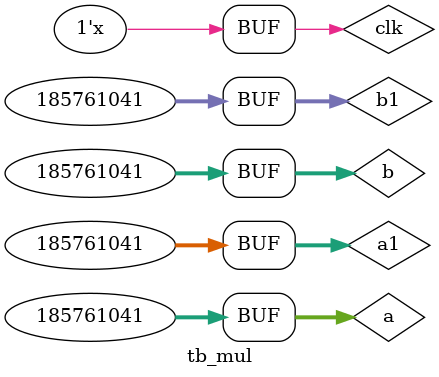
<source format=v>
`timescale 1ns / 1ps


module tb_mul;

	// Inputs
	reg [31:0] a;
	reg [31:0] b;
	reg [31:0] a1;
	reg [31:0] b1;
	reg clk;

	// Outputs
	wire [63:0] c;
	wire [63:0] c1;

	// Instantiate the Unit Under Test (UUT)
	multiplication uut (
		.a(a), 
		.b(b), 
		.c(c), 
		.a1(a1), 
		.b1(b1), 
		.c1(c1), 
		.clk(clk)
	);

	initial begin
		// Initialize Inputs

		a = 64'H 0000_0003_0b12_7d11;
		b = 385;
		a1 = 64'H 0000_0003_0b12_7d11;
		b1 = 385;
		clk = 0;

		// Wait 100 ns for global reset to finish
		#100;
		a = 64'H 0F0F_0003_0b12_7d11;
		b = 64'H 0F0F_0003_0b12_7d11;
		a1 = 64'H 0F0F_0003_0b12_7d11;
		b1 = 64'H 0F0F_0003_0b12_7d11;        
		// Add stimulus here

	end

always #50 clk = ~clk;      
endmodule


</source>
